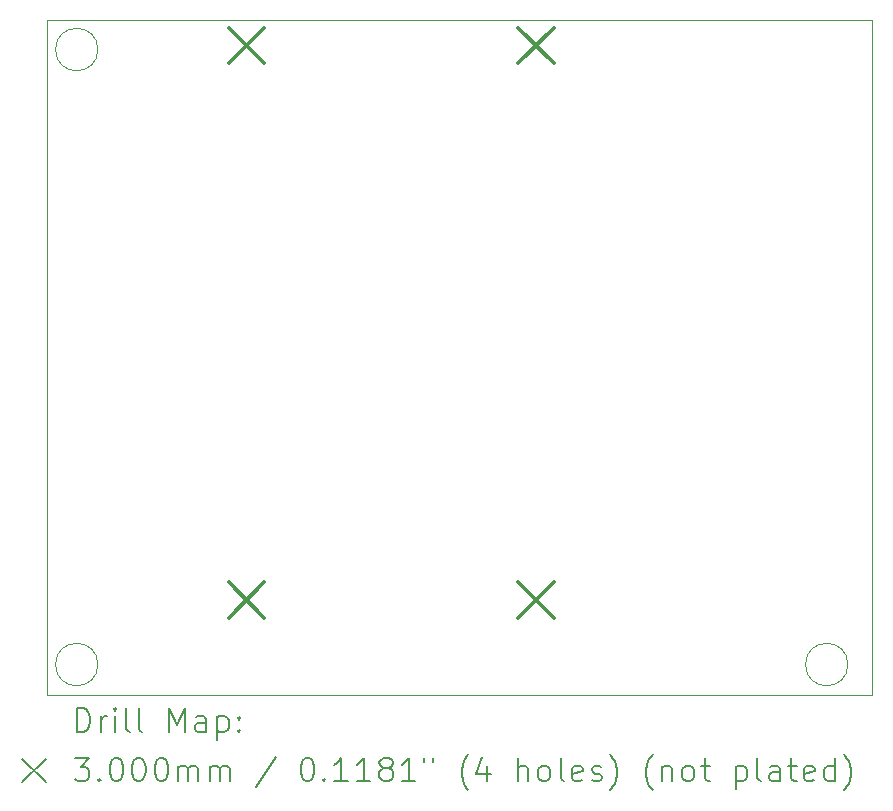
<source format=gbr>
%TF.GenerationSoftware,KiCad,Pcbnew,7.0.5*%
%TF.CreationDate,2023-06-02T21:27:50+04:00*%
%TF.ProjectId,Line Follower PID,4c696e65-2046-46f6-9c6c-6f7765722050,rev?*%
%TF.SameCoordinates,Original*%
%TF.FileFunction,Drillmap*%
%TF.FilePolarity,Positive*%
%FSLAX45Y45*%
G04 Gerber Fmt 4.5, Leading zero omitted, Abs format (unit mm)*
G04 Created by KiCad (PCBNEW 7.0.5) date 2023-06-02 21:27:50*
%MOMM*%
%LPD*%
G01*
G04 APERTURE LIST*
%ADD10C,0.100000*%
%ADD11C,0.200000*%
%ADD12C,0.300000*%
G04 APERTURE END LIST*
D10*
X10212605Y-7620000D02*
G75*
G03*
X10212605Y-7620000I-179605J0D01*
G01*
X10212605Y-12827000D02*
G75*
G03*
X10212605Y-12827000I-179605J0D01*
G01*
X9779000Y-7366000D02*
X16764000Y-7366000D01*
X16764000Y-13081000D01*
X9779000Y-13081000D01*
X9779000Y-7366000D01*
X16562605Y-12827000D02*
G75*
G03*
X16562605Y-12827000I-179605J0D01*
G01*
D11*
D12*
X11322000Y-7436000D02*
X11622000Y-7736000D01*
X11622000Y-7436000D02*
X11322000Y-7736000D01*
X11322000Y-12131000D02*
X11622000Y-12431000D01*
X11622000Y-12131000D02*
X11322000Y-12431000D01*
X13773000Y-7436000D02*
X14073000Y-7736000D01*
X14073000Y-7436000D02*
X13773000Y-7736000D01*
X13773000Y-12131000D02*
X14073000Y-12431000D01*
X14073000Y-12131000D02*
X13773000Y-12431000D01*
D11*
X10034777Y-13397484D02*
X10034777Y-13197484D01*
X10034777Y-13197484D02*
X10082396Y-13197484D01*
X10082396Y-13197484D02*
X10110967Y-13207008D01*
X10110967Y-13207008D02*
X10130015Y-13226055D01*
X10130015Y-13226055D02*
X10139539Y-13245103D01*
X10139539Y-13245103D02*
X10149063Y-13283198D01*
X10149063Y-13283198D02*
X10149063Y-13311769D01*
X10149063Y-13311769D02*
X10139539Y-13349865D01*
X10139539Y-13349865D02*
X10130015Y-13368912D01*
X10130015Y-13368912D02*
X10110967Y-13387960D01*
X10110967Y-13387960D02*
X10082396Y-13397484D01*
X10082396Y-13397484D02*
X10034777Y-13397484D01*
X10234777Y-13397484D02*
X10234777Y-13264150D01*
X10234777Y-13302246D02*
X10244301Y-13283198D01*
X10244301Y-13283198D02*
X10253824Y-13273674D01*
X10253824Y-13273674D02*
X10272872Y-13264150D01*
X10272872Y-13264150D02*
X10291920Y-13264150D01*
X10358586Y-13397484D02*
X10358586Y-13264150D01*
X10358586Y-13197484D02*
X10349063Y-13207008D01*
X10349063Y-13207008D02*
X10358586Y-13216531D01*
X10358586Y-13216531D02*
X10368110Y-13207008D01*
X10368110Y-13207008D02*
X10358586Y-13197484D01*
X10358586Y-13197484D02*
X10358586Y-13216531D01*
X10482396Y-13397484D02*
X10463348Y-13387960D01*
X10463348Y-13387960D02*
X10453824Y-13368912D01*
X10453824Y-13368912D02*
X10453824Y-13197484D01*
X10587158Y-13397484D02*
X10568110Y-13387960D01*
X10568110Y-13387960D02*
X10558586Y-13368912D01*
X10558586Y-13368912D02*
X10558586Y-13197484D01*
X10815729Y-13397484D02*
X10815729Y-13197484D01*
X10815729Y-13197484D02*
X10882396Y-13340341D01*
X10882396Y-13340341D02*
X10949063Y-13197484D01*
X10949063Y-13197484D02*
X10949063Y-13397484D01*
X11130015Y-13397484D02*
X11130015Y-13292722D01*
X11130015Y-13292722D02*
X11120491Y-13273674D01*
X11120491Y-13273674D02*
X11101444Y-13264150D01*
X11101444Y-13264150D02*
X11063348Y-13264150D01*
X11063348Y-13264150D02*
X11044301Y-13273674D01*
X11130015Y-13387960D02*
X11110967Y-13397484D01*
X11110967Y-13397484D02*
X11063348Y-13397484D01*
X11063348Y-13397484D02*
X11044301Y-13387960D01*
X11044301Y-13387960D02*
X11034777Y-13368912D01*
X11034777Y-13368912D02*
X11034777Y-13349865D01*
X11034777Y-13349865D02*
X11044301Y-13330817D01*
X11044301Y-13330817D02*
X11063348Y-13321293D01*
X11063348Y-13321293D02*
X11110967Y-13321293D01*
X11110967Y-13321293D02*
X11130015Y-13311769D01*
X11225253Y-13264150D02*
X11225253Y-13464150D01*
X11225253Y-13273674D02*
X11244301Y-13264150D01*
X11244301Y-13264150D02*
X11282396Y-13264150D01*
X11282396Y-13264150D02*
X11301443Y-13273674D01*
X11301443Y-13273674D02*
X11310967Y-13283198D01*
X11310967Y-13283198D02*
X11320491Y-13302246D01*
X11320491Y-13302246D02*
X11320491Y-13359388D01*
X11320491Y-13359388D02*
X11310967Y-13378436D01*
X11310967Y-13378436D02*
X11301443Y-13387960D01*
X11301443Y-13387960D02*
X11282396Y-13397484D01*
X11282396Y-13397484D02*
X11244301Y-13397484D01*
X11244301Y-13397484D02*
X11225253Y-13387960D01*
X11406205Y-13378436D02*
X11415729Y-13387960D01*
X11415729Y-13387960D02*
X11406205Y-13397484D01*
X11406205Y-13397484D02*
X11396682Y-13387960D01*
X11396682Y-13387960D02*
X11406205Y-13378436D01*
X11406205Y-13378436D02*
X11406205Y-13397484D01*
X11406205Y-13273674D02*
X11415729Y-13283198D01*
X11415729Y-13283198D02*
X11406205Y-13292722D01*
X11406205Y-13292722D02*
X11396682Y-13283198D01*
X11396682Y-13283198D02*
X11406205Y-13273674D01*
X11406205Y-13273674D02*
X11406205Y-13292722D01*
X9574000Y-13626000D02*
X9774000Y-13826000D01*
X9774000Y-13626000D02*
X9574000Y-13826000D01*
X10015729Y-13617484D02*
X10139539Y-13617484D01*
X10139539Y-13617484D02*
X10072872Y-13693674D01*
X10072872Y-13693674D02*
X10101444Y-13693674D01*
X10101444Y-13693674D02*
X10120491Y-13703198D01*
X10120491Y-13703198D02*
X10130015Y-13712722D01*
X10130015Y-13712722D02*
X10139539Y-13731769D01*
X10139539Y-13731769D02*
X10139539Y-13779388D01*
X10139539Y-13779388D02*
X10130015Y-13798436D01*
X10130015Y-13798436D02*
X10120491Y-13807960D01*
X10120491Y-13807960D02*
X10101444Y-13817484D01*
X10101444Y-13817484D02*
X10044301Y-13817484D01*
X10044301Y-13817484D02*
X10025253Y-13807960D01*
X10025253Y-13807960D02*
X10015729Y-13798436D01*
X10225253Y-13798436D02*
X10234777Y-13807960D01*
X10234777Y-13807960D02*
X10225253Y-13817484D01*
X10225253Y-13817484D02*
X10215729Y-13807960D01*
X10215729Y-13807960D02*
X10225253Y-13798436D01*
X10225253Y-13798436D02*
X10225253Y-13817484D01*
X10358586Y-13617484D02*
X10377634Y-13617484D01*
X10377634Y-13617484D02*
X10396682Y-13627008D01*
X10396682Y-13627008D02*
X10406205Y-13636531D01*
X10406205Y-13636531D02*
X10415729Y-13655579D01*
X10415729Y-13655579D02*
X10425253Y-13693674D01*
X10425253Y-13693674D02*
X10425253Y-13741293D01*
X10425253Y-13741293D02*
X10415729Y-13779388D01*
X10415729Y-13779388D02*
X10406205Y-13798436D01*
X10406205Y-13798436D02*
X10396682Y-13807960D01*
X10396682Y-13807960D02*
X10377634Y-13817484D01*
X10377634Y-13817484D02*
X10358586Y-13817484D01*
X10358586Y-13817484D02*
X10339539Y-13807960D01*
X10339539Y-13807960D02*
X10330015Y-13798436D01*
X10330015Y-13798436D02*
X10320491Y-13779388D01*
X10320491Y-13779388D02*
X10310967Y-13741293D01*
X10310967Y-13741293D02*
X10310967Y-13693674D01*
X10310967Y-13693674D02*
X10320491Y-13655579D01*
X10320491Y-13655579D02*
X10330015Y-13636531D01*
X10330015Y-13636531D02*
X10339539Y-13627008D01*
X10339539Y-13627008D02*
X10358586Y-13617484D01*
X10549063Y-13617484D02*
X10568110Y-13617484D01*
X10568110Y-13617484D02*
X10587158Y-13627008D01*
X10587158Y-13627008D02*
X10596682Y-13636531D01*
X10596682Y-13636531D02*
X10606205Y-13655579D01*
X10606205Y-13655579D02*
X10615729Y-13693674D01*
X10615729Y-13693674D02*
X10615729Y-13741293D01*
X10615729Y-13741293D02*
X10606205Y-13779388D01*
X10606205Y-13779388D02*
X10596682Y-13798436D01*
X10596682Y-13798436D02*
X10587158Y-13807960D01*
X10587158Y-13807960D02*
X10568110Y-13817484D01*
X10568110Y-13817484D02*
X10549063Y-13817484D01*
X10549063Y-13817484D02*
X10530015Y-13807960D01*
X10530015Y-13807960D02*
X10520491Y-13798436D01*
X10520491Y-13798436D02*
X10510967Y-13779388D01*
X10510967Y-13779388D02*
X10501444Y-13741293D01*
X10501444Y-13741293D02*
X10501444Y-13693674D01*
X10501444Y-13693674D02*
X10510967Y-13655579D01*
X10510967Y-13655579D02*
X10520491Y-13636531D01*
X10520491Y-13636531D02*
X10530015Y-13627008D01*
X10530015Y-13627008D02*
X10549063Y-13617484D01*
X10739539Y-13617484D02*
X10758586Y-13617484D01*
X10758586Y-13617484D02*
X10777634Y-13627008D01*
X10777634Y-13627008D02*
X10787158Y-13636531D01*
X10787158Y-13636531D02*
X10796682Y-13655579D01*
X10796682Y-13655579D02*
X10806205Y-13693674D01*
X10806205Y-13693674D02*
X10806205Y-13741293D01*
X10806205Y-13741293D02*
X10796682Y-13779388D01*
X10796682Y-13779388D02*
X10787158Y-13798436D01*
X10787158Y-13798436D02*
X10777634Y-13807960D01*
X10777634Y-13807960D02*
X10758586Y-13817484D01*
X10758586Y-13817484D02*
X10739539Y-13817484D01*
X10739539Y-13817484D02*
X10720491Y-13807960D01*
X10720491Y-13807960D02*
X10710967Y-13798436D01*
X10710967Y-13798436D02*
X10701444Y-13779388D01*
X10701444Y-13779388D02*
X10691920Y-13741293D01*
X10691920Y-13741293D02*
X10691920Y-13693674D01*
X10691920Y-13693674D02*
X10701444Y-13655579D01*
X10701444Y-13655579D02*
X10710967Y-13636531D01*
X10710967Y-13636531D02*
X10720491Y-13627008D01*
X10720491Y-13627008D02*
X10739539Y-13617484D01*
X10891920Y-13817484D02*
X10891920Y-13684150D01*
X10891920Y-13703198D02*
X10901444Y-13693674D01*
X10901444Y-13693674D02*
X10920491Y-13684150D01*
X10920491Y-13684150D02*
X10949063Y-13684150D01*
X10949063Y-13684150D02*
X10968110Y-13693674D01*
X10968110Y-13693674D02*
X10977634Y-13712722D01*
X10977634Y-13712722D02*
X10977634Y-13817484D01*
X10977634Y-13712722D02*
X10987158Y-13693674D01*
X10987158Y-13693674D02*
X11006205Y-13684150D01*
X11006205Y-13684150D02*
X11034777Y-13684150D01*
X11034777Y-13684150D02*
X11053825Y-13693674D01*
X11053825Y-13693674D02*
X11063348Y-13712722D01*
X11063348Y-13712722D02*
X11063348Y-13817484D01*
X11158586Y-13817484D02*
X11158586Y-13684150D01*
X11158586Y-13703198D02*
X11168110Y-13693674D01*
X11168110Y-13693674D02*
X11187158Y-13684150D01*
X11187158Y-13684150D02*
X11215729Y-13684150D01*
X11215729Y-13684150D02*
X11234777Y-13693674D01*
X11234777Y-13693674D02*
X11244301Y-13712722D01*
X11244301Y-13712722D02*
X11244301Y-13817484D01*
X11244301Y-13712722D02*
X11253824Y-13693674D01*
X11253824Y-13693674D02*
X11272872Y-13684150D01*
X11272872Y-13684150D02*
X11301443Y-13684150D01*
X11301443Y-13684150D02*
X11320491Y-13693674D01*
X11320491Y-13693674D02*
X11330015Y-13712722D01*
X11330015Y-13712722D02*
X11330015Y-13817484D01*
X11720491Y-13607960D02*
X11549063Y-13865103D01*
X11977634Y-13617484D02*
X11996682Y-13617484D01*
X11996682Y-13617484D02*
X12015729Y-13627008D01*
X12015729Y-13627008D02*
X12025253Y-13636531D01*
X12025253Y-13636531D02*
X12034777Y-13655579D01*
X12034777Y-13655579D02*
X12044301Y-13693674D01*
X12044301Y-13693674D02*
X12044301Y-13741293D01*
X12044301Y-13741293D02*
X12034777Y-13779388D01*
X12034777Y-13779388D02*
X12025253Y-13798436D01*
X12025253Y-13798436D02*
X12015729Y-13807960D01*
X12015729Y-13807960D02*
X11996682Y-13817484D01*
X11996682Y-13817484D02*
X11977634Y-13817484D01*
X11977634Y-13817484D02*
X11958586Y-13807960D01*
X11958586Y-13807960D02*
X11949063Y-13798436D01*
X11949063Y-13798436D02*
X11939539Y-13779388D01*
X11939539Y-13779388D02*
X11930015Y-13741293D01*
X11930015Y-13741293D02*
X11930015Y-13693674D01*
X11930015Y-13693674D02*
X11939539Y-13655579D01*
X11939539Y-13655579D02*
X11949063Y-13636531D01*
X11949063Y-13636531D02*
X11958586Y-13627008D01*
X11958586Y-13627008D02*
X11977634Y-13617484D01*
X12130015Y-13798436D02*
X12139539Y-13807960D01*
X12139539Y-13807960D02*
X12130015Y-13817484D01*
X12130015Y-13817484D02*
X12120491Y-13807960D01*
X12120491Y-13807960D02*
X12130015Y-13798436D01*
X12130015Y-13798436D02*
X12130015Y-13817484D01*
X12330015Y-13817484D02*
X12215729Y-13817484D01*
X12272872Y-13817484D02*
X12272872Y-13617484D01*
X12272872Y-13617484D02*
X12253825Y-13646055D01*
X12253825Y-13646055D02*
X12234777Y-13665103D01*
X12234777Y-13665103D02*
X12215729Y-13674627D01*
X12520491Y-13817484D02*
X12406206Y-13817484D01*
X12463348Y-13817484D02*
X12463348Y-13617484D01*
X12463348Y-13617484D02*
X12444301Y-13646055D01*
X12444301Y-13646055D02*
X12425253Y-13665103D01*
X12425253Y-13665103D02*
X12406206Y-13674627D01*
X12634777Y-13703198D02*
X12615729Y-13693674D01*
X12615729Y-13693674D02*
X12606206Y-13684150D01*
X12606206Y-13684150D02*
X12596682Y-13665103D01*
X12596682Y-13665103D02*
X12596682Y-13655579D01*
X12596682Y-13655579D02*
X12606206Y-13636531D01*
X12606206Y-13636531D02*
X12615729Y-13627008D01*
X12615729Y-13627008D02*
X12634777Y-13617484D01*
X12634777Y-13617484D02*
X12672872Y-13617484D01*
X12672872Y-13617484D02*
X12691920Y-13627008D01*
X12691920Y-13627008D02*
X12701444Y-13636531D01*
X12701444Y-13636531D02*
X12710967Y-13655579D01*
X12710967Y-13655579D02*
X12710967Y-13665103D01*
X12710967Y-13665103D02*
X12701444Y-13684150D01*
X12701444Y-13684150D02*
X12691920Y-13693674D01*
X12691920Y-13693674D02*
X12672872Y-13703198D01*
X12672872Y-13703198D02*
X12634777Y-13703198D01*
X12634777Y-13703198D02*
X12615729Y-13712722D01*
X12615729Y-13712722D02*
X12606206Y-13722246D01*
X12606206Y-13722246D02*
X12596682Y-13741293D01*
X12596682Y-13741293D02*
X12596682Y-13779388D01*
X12596682Y-13779388D02*
X12606206Y-13798436D01*
X12606206Y-13798436D02*
X12615729Y-13807960D01*
X12615729Y-13807960D02*
X12634777Y-13817484D01*
X12634777Y-13817484D02*
X12672872Y-13817484D01*
X12672872Y-13817484D02*
X12691920Y-13807960D01*
X12691920Y-13807960D02*
X12701444Y-13798436D01*
X12701444Y-13798436D02*
X12710967Y-13779388D01*
X12710967Y-13779388D02*
X12710967Y-13741293D01*
X12710967Y-13741293D02*
X12701444Y-13722246D01*
X12701444Y-13722246D02*
X12691920Y-13712722D01*
X12691920Y-13712722D02*
X12672872Y-13703198D01*
X12901444Y-13817484D02*
X12787158Y-13817484D01*
X12844301Y-13817484D02*
X12844301Y-13617484D01*
X12844301Y-13617484D02*
X12825253Y-13646055D01*
X12825253Y-13646055D02*
X12806206Y-13665103D01*
X12806206Y-13665103D02*
X12787158Y-13674627D01*
X12977634Y-13617484D02*
X12977634Y-13655579D01*
X13053825Y-13617484D02*
X13053825Y-13655579D01*
X13349063Y-13893674D02*
X13339539Y-13884150D01*
X13339539Y-13884150D02*
X13320491Y-13855579D01*
X13320491Y-13855579D02*
X13310968Y-13836531D01*
X13310968Y-13836531D02*
X13301444Y-13807960D01*
X13301444Y-13807960D02*
X13291920Y-13760341D01*
X13291920Y-13760341D02*
X13291920Y-13722246D01*
X13291920Y-13722246D02*
X13301444Y-13674627D01*
X13301444Y-13674627D02*
X13310968Y-13646055D01*
X13310968Y-13646055D02*
X13320491Y-13627008D01*
X13320491Y-13627008D02*
X13339539Y-13598436D01*
X13339539Y-13598436D02*
X13349063Y-13588912D01*
X13510968Y-13684150D02*
X13510968Y-13817484D01*
X13463348Y-13607960D02*
X13415729Y-13750817D01*
X13415729Y-13750817D02*
X13539539Y-13750817D01*
X13768110Y-13817484D02*
X13768110Y-13617484D01*
X13853825Y-13817484D02*
X13853825Y-13712722D01*
X13853825Y-13712722D02*
X13844301Y-13693674D01*
X13844301Y-13693674D02*
X13825253Y-13684150D01*
X13825253Y-13684150D02*
X13796682Y-13684150D01*
X13796682Y-13684150D02*
X13777634Y-13693674D01*
X13777634Y-13693674D02*
X13768110Y-13703198D01*
X13977634Y-13817484D02*
X13958587Y-13807960D01*
X13958587Y-13807960D02*
X13949063Y-13798436D01*
X13949063Y-13798436D02*
X13939539Y-13779388D01*
X13939539Y-13779388D02*
X13939539Y-13722246D01*
X13939539Y-13722246D02*
X13949063Y-13703198D01*
X13949063Y-13703198D02*
X13958587Y-13693674D01*
X13958587Y-13693674D02*
X13977634Y-13684150D01*
X13977634Y-13684150D02*
X14006206Y-13684150D01*
X14006206Y-13684150D02*
X14025253Y-13693674D01*
X14025253Y-13693674D02*
X14034777Y-13703198D01*
X14034777Y-13703198D02*
X14044301Y-13722246D01*
X14044301Y-13722246D02*
X14044301Y-13779388D01*
X14044301Y-13779388D02*
X14034777Y-13798436D01*
X14034777Y-13798436D02*
X14025253Y-13807960D01*
X14025253Y-13807960D02*
X14006206Y-13817484D01*
X14006206Y-13817484D02*
X13977634Y-13817484D01*
X14158587Y-13817484D02*
X14139539Y-13807960D01*
X14139539Y-13807960D02*
X14130015Y-13788912D01*
X14130015Y-13788912D02*
X14130015Y-13617484D01*
X14310968Y-13807960D02*
X14291920Y-13817484D01*
X14291920Y-13817484D02*
X14253825Y-13817484D01*
X14253825Y-13817484D02*
X14234777Y-13807960D01*
X14234777Y-13807960D02*
X14225253Y-13788912D01*
X14225253Y-13788912D02*
X14225253Y-13712722D01*
X14225253Y-13712722D02*
X14234777Y-13693674D01*
X14234777Y-13693674D02*
X14253825Y-13684150D01*
X14253825Y-13684150D02*
X14291920Y-13684150D01*
X14291920Y-13684150D02*
X14310968Y-13693674D01*
X14310968Y-13693674D02*
X14320491Y-13712722D01*
X14320491Y-13712722D02*
X14320491Y-13731769D01*
X14320491Y-13731769D02*
X14225253Y-13750817D01*
X14396682Y-13807960D02*
X14415730Y-13817484D01*
X14415730Y-13817484D02*
X14453825Y-13817484D01*
X14453825Y-13817484D02*
X14472872Y-13807960D01*
X14472872Y-13807960D02*
X14482396Y-13788912D01*
X14482396Y-13788912D02*
X14482396Y-13779388D01*
X14482396Y-13779388D02*
X14472872Y-13760341D01*
X14472872Y-13760341D02*
X14453825Y-13750817D01*
X14453825Y-13750817D02*
X14425253Y-13750817D01*
X14425253Y-13750817D02*
X14406206Y-13741293D01*
X14406206Y-13741293D02*
X14396682Y-13722246D01*
X14396682Y-13722246D02*
X14396682Y-13712722D01*
X14396682Y-13712722D02*
X14406206Y-13693674D01*
X14406206Y-13693674D02*
X14425253Y-13684150D01*
X14425253Y-13684150D02*
X14453825Y-13684150D01*
X14453825Y-13684150D02*
X14472872Y-13693674D01*
X14549063Y-13893674D02*
X14558587Y-13884150D01*
X14558587Y-13884150D02*
X14577634Y-13855579D01*
X14577634Y-13855579D02*
X14587158Y-13836531D01*
X14587158Y-13836531D02*
X14596682Y-13807960D01*
X14596682Y-13807960D02*
X14606206Y-13760341D01*
X14606206Y-13760341D02*
X14606206Y-13722246D01*
X14606206Y-13722246D02*
X14596682Y-13674627D01*
X14596682Y-13674627D02*
X14587158Y-13646055D01*
X14587158Y-13646055D02*
X14577634Y-13627008D01*
X14577634Y-13627008D02*
X14558587Y-13598436D01*
X14558587Y-13598436D02*
X14549063Y-13588912D01*
X14910968Y-13893674D02*
X14901444Y-13884150D01*
X14901444Y-13884150D02*
X14882396Y-13855579D01*
X14882396Y-13855579D02*
X14872872Y-13836531D01*
X14872872Y-13836531D02*
X14863349Y-13807960D01*
X14863349Y-13807960D02*
X14853825Y-13760341D01*
X14853825Y-13760341D02*
X14853825Y-13722246D01*
X14853825Y-13722246D02*
X14863349Y-13674627D01*
X14863349Y-13674627D02*
X14872872Y-13646055D01*
X14872872Y-13646055D02*
X14882396Y-13627008D01*
X14882396Y-13627008D02*
X14901444Y-13598436D01*
X14901444Y-13598436D02*
X14910968Y-13588912D01*
X14987158Y-13684150D02*
X14987158Y-13817484D01*
X14987158Y-13703198D02*
X14996682Y-13693674D01*
X14996682Y-13693674D02*
X15015730Y-13684150D01*
X15015730Y-13684150D02*
X15044301Y-13684150D01*
X15044301Y-13684150D02*
X15063349Y-13693674D01*
X15063349Y-13693674D02*
X15072872Y-13712722D01*
X15072872Y-13712722D02*
X15072872Y-13817484D01*
X15196682Y-13817484D02*
X15177634Y-13807960D01*
X15177634Y-13807960D02*
X15168111Y-13798436D01*
X15168111Y-13798436D02*
X15158587Y-13779388D01*
X15158587Y-13779388D02*
X15158587Y-13722246D01*
X15158587Y-13722246D02*
X15168111Y-13703198D01*
X15168111Y-13703198D02*
X15177634Y-13693674D01*
X15177634Y-13693674D02*
X15196682Y-13684150D01*
X15196682Y-13684150D02*
X15225253Y-13684150D01*
X15225253Y-13684150D02*
X15244301Y-13693674D01*
X15244301Y-13693674D02*
X15253825Y-13703198D01*
X15253825Y-13703198D02*
X15263349Y-13722246D01*
X15263349Y-13722246D02*
X15263349Y-13779388D01*
X15263349Y-13779388D02*
X15253825Y-13798436D01*
X15253825Y-13798436D02*
X15244301Y-13807960D01*
X15244301Y-13807960D02*
X15225253Y-13817484D01*
X15225253Y-13817484D02*
X15196682Y-13817484D01*
X15320492Y-13684150D02*
X15396682Y-13684150D01*
X15349063Y-13617484D02*
X15349063Y-13788912D01*
X15349063Y-13788912D02*
X15358587Y-13807960D01*
X15358587Y-13807960D02*
X15377634Y-13817484D01*
X15377634Y-13817484D02*
X15396682Y-13817484D01*
X15615730Y-13684150D02*
X15615730Y-13884150D01*
X15615730Y-13693674D02*
X15634777Y-13684150D01*
X15634777Y-13684150D02*
X15672873Y-13684150D01*
X15672873Y-13684150D02*
X15691920Y-13693674D01*
X15691920Y-13693674D02*
X15701444Y-13703198D01*
X15701444Y-13703198D02*
X15710968Y-13722246D01*
X15710968Y-13722246D02*
X15710968Y-13779388D01*
X15710968Y-13779388D02*
X15701444Y-13798436D01*
X15701444Y-13798436D02*
X15691920Y-13807960D01*
X15691920Y-13807960D02*
X15672873Y-13817484D01*
X15672873Y-13817484D02*
X15634777Y-13817484D01*
X15634777Y-13817484D02*
X15615730Y-13807960D01*
X15825253Y-13817484D02*
X15806206Y-13807960D01*
X15806206Y-13807960D02*
X15796682Y-13788912D01*
X15796682Y-13788912D02*
X15796682Y-13617484D01*
X15987158Y-13817484D02*
X15987158Y-13712722D01*
X15987158Y-13712722D02*
X15977634Y-13693674D01*
X15977634Y-13693674D02*
X15958587Y-13684150D01*
X15958587Y-13684150D02*
X15920492Y-13684150D01*
X15920492Y-13684150D02*
X15901444Y-13693674D01*
X15987158Y-13807960D02*
X15968111Y-13817484D01*
X15968111Y-13817484D02*
X15920492Y-13817484D01*
X15920492Y-13817484D02*
X15901444Y-13807960D01*
X15901444Y-13807960D02*
X15891920Y-13788912D01*
X15891920Y-13788912D02*
X15891920Y-13769865D01*
X15891920Y-13769865D02*
X15901444Y-13750817D01*
X15901444Y-13750817D02*
X15920492Y-13741293D01*
X15920492Y-13741293D02*
X15968111Y-13741293D01*
X15968111Y-13741293D02*
X15987158Y-13731769D01*
X16053825Y-13684150D02*
X16130015Y-13684150D01*
X16082396Y-13617484D02*
X16082396Y-13788912D01*
X16082396Y-13788912D02*
X16091920Y-13807960D01*
X16091920Y-13807960D02*
X16110968Y-13817484D01*
X16110968Y-13817484D02*
X16130015Y-13817484D01*
X16272873Y-13807960D02*
X16253825Y-13817484D01*
X16253825Y-13817484D02*
X16215730Y-13817484D01*
X16215730Y-13817484D02*
X16196682Y-13807960D01*
X16196682Y-13807960D02*
X16187158Y-13788912D01*
X16187158Y-13788912D02*
X16187158Y-13712722D01*
X16187158Y-13712722D02*
X16196682Y-13693674D01*
X16196682Y-13693674D02*
X16215730Y-13684150D01*
X16215730Y-13684150D02*
X16253825Y-13684150D01*
X16253825Y-13684150D02*
X16272873Y-13693674D01*
X16272873Y-13693674D02*
X16282396Y-13712722D01*
X16282396Y-13712722D02*
X16282396Y-13731769D01*
X16282396Y-13731769D02*
X16187158Y-13750817D01*
X16453825Y-13817484D02*
X16453825Y-13617484D01*
X16453825Y-13807960D02*
X16434777Y-13817484D01*
X16434777Y-13817484D02*
X16396682Y-13817484D01*
X16396682Y-13817484D02*
X16377634Y-13807960D01*
X16377634Y-13807960D02*
X16368111Y-13798436D01*
X16368111Y-13798436D02*
X16358587Y-13779388D01*
X16358587Y-13779388D02*
X16358587Y-13722246D01*
X16358587Y-13722246D02*
X16368111Y-13703198D01*
X16368111Y-13703198D02*
X16377634Y-13693674D01*
X16377634Y-13693674D02*
X16396682Y-13684150D01*
X16396682Y-13684150D02*
X16434777Y-13684150D01*
X16434777Y-13684150D02*
X16453825Y-13693674D01*
X16530015Y-13893674D02*
X16539539Y-13884150D01*
X16539539Y-13884150D02*
X16558587Y-13855579D01*
X16558587Y-13855579D02*
X16568111Y-13836531D01*
X16568111Y-13836531D02*
X16577634Y-13807960D01*
X16577634Y-13807960D02*
X16587158Y-13760341D01*
X16587158Y-13760341D02*
X16587158Y-13722246D01*
X16587158Y-13722246D02*
X16577634Y-13674627D01*
X16577634Y-13674627D02*
X16568111Y-13646055D01*
X16568111Y-13646055D02*
X16558587Y-13627008D01*
X16558587Y-13627008D02*
X16539539Y-13598436D01*
X16539539Y-13598436D02*
X16530015Y-13588912D01*
M02*

</source>
